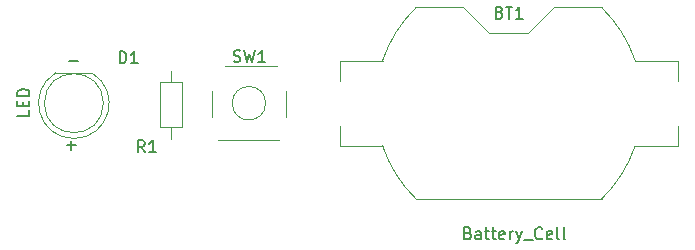
<source format=gto>
%TF.GenerationSoftware,KiCad,Pcbnew,8.0.7*%
%TF.CreationDate,2025-01-27T17:03:56+05:30*%
%TF.ProjectId,Project 1 LED Torch,50726f6a-6563-4742-9031-204c45442054,rev?*%
%TF.SameCoordinates,Original*%
%TF.FileFunction,Legend,Top*%
%TF.FilePolarity,Positive*%
%FSLAX46Y46*%
G04 Gerber Fmt 4.6, Leading zero omitted, Abs format (unit mm)*
G04 Created by KiCad (PCBNEW 8.0.7) date 2025-01-27 17:03:56*
%MOMM*%
%LPD*%
G01*
G04 APERTURE LIST*
%ADD10C,0.150000*%
%ADD11C,0.120000*%
G04 APERTURE END LIST*
D10*
X99936779Y-61088866D02*
X100698684Y-61088866D01*
X99736779Y-68188866D02*
X100498684Y-68188866D01*
X100117731Y-68569819D02*
X100117731Y-67807914D01*
X113866667Y-61107200D02*
X114009524Y-61154819D01*
X114009524Y-61154819D02*
X114247619Y-61154819D01*
X114247619Y-61154819D02*
X114342857Y-61107200D01*
X114342857Y-61107200D02*
X114390476Y-61059580D01*
X114390476Y-61059580D02*
X114438095Y-60964342D01*
X114438095Y-60964342D02*
X114438095Y-60869104D01*
X114438095Y-60869104D02*
X114390476Y-60773866D01*
X114390476Y-60773866D02*
X114342857Y-60726247D01*
X114342857Y-60726247D02*
X114247619Y-60678628D01*
X114247619Y-60678628D02*
X114057143Y-60631009D01*
X114057143Y-60631009D02*
X113961905Y-60583390D01*
X113961905Y-60583390D02*
X113914286Y-60535771D01*
X113914286Y-60535771D02*
X113866667Y-60440533D01*
X113866667Y-60440533D02*
X113866667Y-60345295D01*
X113866667Y-60345295D02*
X113914286Y-60250057D01*
X113914286Y-60250057D02*
X113961905Y-60202438D01*
X113961905Y-60202438D02*
X114057143Y-60154819D01*
X114057143Y-60154819D02*
X114295238Y-60154819D01*
X114295238Y-60154819D02*
X114438095Y-60202438D01*
X114771429Y-60154819D02*
X115009524Y-61154819D01*
X115009524Y-61154819D02*
X115200000Y-60440533D01*
X115200000Y-60440533D02*
X115390476Y-61154819D01*
X115390476Y-61154819D02*
X115628572Y-60154819D01*
X116533333Y-61154819D02*
X115961905Y-61154819D01*
X116247619Y-61154819D02*
X116247619Y-60154819D01*
X116247619Y-60154819D02*
X116152381Y-60297676D01*
X116152381Y-60297676D02*
X116057143Y-60392914D01*
X116057143Y-60392914D02*
X115961905Y-60440533D01*
X106333333Y-68781819D02*
X106000000Y-68305628D01*
X105761905Y-68781819D02*
X105761905Y-67781819D01*
X105761905Y-67781819D02*
X106142857Y-67781819D01*
X106142857Y-67781819D02*
X106238095Y-67829438D01*
X106238095Y-67829438D02*
X106285714Y-67877057D01*
X106285714Y-67877057D02*
X106333333Y-67972295D01*
X106333333Y-67972295D02*
X106333333Y-68115152D01*
X106333333Y-68115152D02*
X106285714Y-68210390D01*
X106285714Y-68210390D02*
X106238095Y-68258009D01*
X106238095Y-68258009D02*
X106142857Y-68305628D01*
X106142857Y-68305628D02*
X105761905Y-68305628D01*
X107285714Y-68781819D02*
X106714286Y-68781819D01*
X107000000Y-68781819D02*
X107000000Y-67781819D01*
X107000000Y-67781819D02*
X106904762Y-67924676D01*
X106904762Y-67924676D02*
X106809524Y-68019914D01*
X106809524Y-68019914D02*
X106714286Y-68067533D01*
X104196905Y-61254819D02*
X104196905Y-60254819D01*
X104196905Y-60254819D02*
X104435000Y-60254819D01*
X104435000Y-60254819D02*
X104577857Y-60302438D01*
X104577857Y-60302438D02*
X104673095Y-60397676D01*
X104673095Y-60397676D02*
X104720714Y-60492914D01*
X104720714Y-60492914D02*
X104768333Y-60683390D01*
X104768333Y-60683390D02*
X104768333Y-60826247D01*
X104768333Y-60826247D02*
X104720714Y-61016723D01*
X104720714Y-61016723D02*
X104673095Y-61111961D01*
X104673095Y-61111961D02*
X104577857Y-61207200D01*
X104577857Y-61207200D02*
X104435000Y-61254819D01*
X104435000Y-61254819D02*
X104196905Y-61254819D01*
X105720714Y-61254819D02*
X105149286Y-61254819D01*
X105435000Y-61254819D02*
X105435000Y-60254819D01*
X105435000Y-60254819D02*
X105339762Y-60397676D01*
X105339762Y-60397676D02*
X105244524Y-60492914D01*
X105244524Y-60492914D02*
X105149286Y-60540533D01*
X96554819Y-65242857D02*
X96554819Y-65719047D01*
X96554819Y-65719047D02*
X95554819Y-65719047D01*
X96031009Y-64909523D02*
X96031009Y-64576190D01*
X96554819Y-64433333D02*
X96554819Y-64909523D01*
X96554819Y-64909523D02*
X95554819Y-64909523D01*
X95554819Y-64909523D02*
X95554819Y-64433333D01*
X96554819Y-64004761D02*
X95554819Y-64004761D01*
X95554819Y-64004761D02*
X95554819Y-63766666D01*
X95554819Y-63766666D02*
X95602438Y-63623809D01*
X95602438Y-63623809D02*
X95697676Y-63528571D01*
X95697676Y-63528571D02*
X95792914Y-63480952D01*
X95792914Y-63480952D02*
X95983390Y-63433333D01*
X95983390Y-63433333D02*
X96126247Y-63433333D01*
X96126247Y-63433333D02*
X96316723Y-63480952D01*
X96316723Y-63480952D02*
X96411961Y-63528571D01*
X96411961Y-63528571D02*
X96507200Y-63623809D01*
X96507200Y-63623809D02*
X96554819Y-63766666D01*
X96554819Y-63766666D02*
X96554819Y-64004761D01*
X136374285Y-56954009D02*
X136517142Y-57001628D01*
X136517142Y-57001628D02*
X136564761Y-57049247D01*
X136564761Y-57049247D02*
X136612380Y-57144485D01*
X136612380Y-57144485D02*
X136612380Y-57287342D01*
X136612380Y-57287342D02*
X136564761Y-57382580D01*
X136564761Y-57382580D02*
X136517142Y-57430200D01*
X136517142Y-57430200D02*
X136421904Y-57477819D01*
X136421904Y-57477819D02*
X136040952Y-57477819D01*
X136040952Y-57477819D02*
X136040952Y-56477819D01*
X136040952Y-56477819D02*
X136374285Y-56477819D01*
X136374285Y-56477819D02*
X136469523Y-56525438D01*
X136469523Y-56525438D02*
X136517142Y-56573057D01*
X136517142Y-56573057D02*
X136564761Y-56668295D01*
X136564761Y-56668295D02*
X136564761Y-56763533D01*
X136564761Y-56763533D02*
X136517142Y-56858771D01*
X136517142Y-56858771D02*
X136469523Y-56906390D01*
X136469523Y-56906390D02*
X136374285Y-56954009D01*
X136374285Y-56954009D02*
X136040952Y-56954009D01*
X136898095Y-56477819D02*
X137469523Y-56477819D01*
X137183809Y-57477819D02*
X137183809Y-56477819D01*
X138326666Y-57477819D02*
X137755238Y-57477819D01*
X138040952Y-57477819D02*
X138040952Y-56477819D01*
X138040952Y-56477819D02*
X137945714Y-56620676D01*
X137945714Y-56620676D02*
X137850476Y-56715914D01*
X137850476Y-56715914D02*
X137755238Y-56763533D01*
X133695236Y-75631009D02*
X133838093Y-75678628D01*
X133838093Y-75678628D02*
X133885712Y-75726247D01*
X133885712Y-75726247D02*
X133933331Y-75821485D01*
X133933331Y-75821485D02*
X133933331Y-75964342D01*
X133933331Y-75964342D02*
X133885712Y-76059580D01*
X133885712Y-76059580D02*
X133838093Y-76107200D01*
X133838093Y-76107200D02*
X133742855Y-76154819D01*
X133742855Y-76154819D02*
X133361903Y-76154819D01*
X133361903Y-76154819D02*
X133361903Y-75154819D01*
X133361903Y-75154819D02*
X133695236Y-75154819D01*
X133695236Y-75154819D02*
X133790474Y-75202438D01*
X133790474Y-75202438D02*
X133838093Y-75250057D01*
X133838093Y-75250057D02*
X133885712Y-75345295D01*
X133885712Y-75345295D02*
X133885712Y-75440533D01*
X133885712Y-75440533D02*
X133838093Y-75535771D01*
X133838093Y-75535771D02*
X133790474Y-75583390D01*
X133790474Y-75583390D02*
X133695236Y-75631009D01*
X133695236Y-75631009D02*
X133361903Y-75631009D01*
X134790474Y-76154819D02*
X134790474Y-75631009D01*
X134790474Y-75631009D02*
X134742855Y-75535771D01*
X134742855Y-75535771D02*
X134647617Y-75488152D01*
X134647617Y-75488152D02*
X134457141Y-75488152D01*
X134457141Y-75488152D02*
X134361903Y-75535771D01*
X134790474Y-76107200D02*
X134695236Y-76154819D01*
X134695236Y-76154819D02*
X134457141Y-76154819D01*
X134457141Y-76154819D02*
X134361903Y-76107200D01*
X134361903Y-76107200D02*
X134314284Y-76011961D01*
X134314284Y-76011961D02*
X134314284Y-75916723D01*
X134314284Y-75916723D02*
X134361903Y-75821485D01*
X134361903Y-75821485D02*
X134457141Y-75773866D01*
X134457141Y-75773866D02*
X134695236Y-75773866D01*
X134695236Y-75773866D02*
X134790474Y-75726247D01*
X135123808Y-75488152D02*
X135504760Y-75488152D01*
X135266665Y-75154819D02*
X135266665Y-76011961D01*
X135266665Y-76011961D02*
X135314284Y-76107200D01*
X135314284Y-76107200D02*
X135409522Y-76154819D01*
X135409522Y-76154819D02*
X135504760Y-76154819D01*
X135695237Y-75488152D02*
X136076189Y-75488152D01*
X135838094Y-75154819D02*
X135838094Y-76011961D01*
X135838094Y-76011961D02*
X135885713Y-76107200D01*
X135885713Y-76107200D02*
X135980951Y-76154819D01*
X135980951Y-76154819D02*
X136076189Y-76154819D01*
X136790475Y-76107200D02*
X136695237Y-76154819D01*
X136695237Y-76154819D02*
X136504761Y-76154819D01*
X136504761Y-76154819D02*
X136409523Y-76107200D01*
X136409523Y-76107200D02*
X136361904Y-76011961D01*
X136361904Y-76011961D02*
X136361904Y-75631009D01*
X136361904Y-75631009D02*
X136409523Y-75535771D01*
X136409523Y-75535771D02*
X136504761Y-75488152D01*
X136504761Y-75488152D02*
X136695237Y-75488152D01*
X136695237Y-75488152D02*
X136790475Y-75535771D01*
X136790475Y-75535771D02*
X136838094Y-75631009D01*
X136838094Y-75631009D02*
X136838094Y-75726247D01*
X136838094Y-75726247D02*
X136361904Y-75821485D01*
X137266666Y-76154819D02*
X137266666Y-75488152D01*
X137266666Y-75678628D02*
X137314285Y-75583390D01*
X137314285Y-75583390D02*
X137361904Y-75535771D01*
X137361904Y-75535771D02*
X137457142Y-75488152D01*
X137457142Y-75488152D02*
X137552380Y-75488152D01*
X137790476Y-75488152D02*
X138028571Y-76154819D01*
X138266666Y-75488152D02*
X138028571Y-76154819D01*
X138028571Y-76154819D02*
X137933333Y-76392914D01*
X137933333Y-76392914D02*
X137885714Y-76440533D01*
X137885714Y-76440533D02*
X137790476Y-76488152D01*
X138409524Y-76250057D02*
X139171428Y-76250057D01*
X139980952Y-76059580D02*
X139933333Y-76107200D01*
X139933333Y-76107200D02*
X139790476Y-76154819D01*
X139790476Y-76154819D02*
X139695238Y-76154819D01*
X139695238Y-76154819D02*
X139552381Y-76107200D01*
X139552381Y-76107200D02*
X139457143Y-76011961D01*
X139457143Y-76011961D02*
X139409524Y-75916723D01*
X139409524Y-75916723D02*
X139361905Y-75726247D01*
X139361905Y-75726247D02*
X139361905Y-75583390D01*
X139361905Y-75583390D02*
X139409524Y-75392914D01*
X139409524Y-75392914D02*
X139457143Y-75297676D01*
X139457143Y-75297676D02*
X139552381Y-75202438D01*
X139552381Y-75202438D02*
X139695238Y-75154819D01*
X139695238Y-75154819D02*
X139790476Y-75154819D01*
X139790476Y-75154819D02*
X139933333Y-75202438D01*
X139933333Y-75202438D02*
X139980952Y-75250057D01*
X140790476Y-76107200D02*
X140695238Y-76154819D01*
X140695238Y-76154819D02*
X140504762Y-76154819D01*
X140504762Y-76154819D02*
X140409524Y-76107200D01*
X140409524Y-76107200D02*
X140361905Y-76011961D01*
X140361905Y-76011961D02*
X140361905Y-75631009D01*
X140361905Y-75631009D02*
X140409524Y-75535771D01*
X140409524Y-75535771D02*
X140504762Y-75488152D01*
X140504762Y-75488152D02*
X140695238Y-75488152D01*
X140695238Y-75488152D02*
X140790476Y-75535771D01*
X140790476Y-75535771D02*
X140838095Y-75631009D01*
X140838095Y-75631009D02*
X140838095Y-75726247D01*
X140838095Y-75726247D02*
X140361905Y-75821485D01*
X141409524Y-76154819D02*
X141314286Y-76107200D01*
X141314286Y-76107200D02*
X141266667Y-76011961D01*
X141266667Y-76011961D02*
X141266667Y-75154819D01*
X141933334Y-76154819D02*
X141838096Y-76107200D01*
X141838096Y-76107200D02*
X141790477Y-76011961D01*
X141790477Y-76011961D02*
X141790477Y-75154819D01*
D11*
%TO.C,SW1*%
X116565508Y-64643000D02*
G75*
G02*
X113737080Y-64643000I-1414214J0D01*
G01*
X113737080Y-64643000D02*
G75*
G02*
X116565508Y-64643000I1414214J0D01*
G01*
X118271294Y-63593000D02*
X118271294Y-65793000D01*
X113101294Y-61523000D02*
X117501294Y-61523000D01*
X112501294Y-67763000D02*
X117701294Y-67763000D01*
X112031294Y-65793000D02*
X112031294Y-63593000D01*
%TO.C,R1*%
X108542588Y-67640000D02*
X108542588Y-66690000D01*
X107622588Y-66690000D02*
X109462588Y-66690000D01*
X109462588Y-66690000D02*
X109462588Y-62850000D01*
X107622588Y-62850000D02*
X107622588Y-66690000D01*
X109462588Y-62850000D02*
X107622588Y-62850000D01*
X108542588Y-61900000D02*
X108542588Y-62850000D01*
%TO.C,D1*%
X101875000Y-62078000D02*
X98785000Y-62078000D01*
X101874830Y-62078000D02*
G75*
G02*
X100330048Y-67628000I-1544830J-2560000D01*
G01*
X100329952Y-67628000D02*
G75*
G02*
X98785170Y-62078000I48J2990000D01*
G01*
X102830000Y-64638000D02*
G75*
G02*
X97830000Y-64638000I-2500000J0D01*
G01*
X97830000Y-64638000D02*
G75*
G02*
X102830000Y-64638000I2500000J0D01*
G01*
%TO.C,BT1*%
X151470000Y-68253000D02*
X147852000Y-68253000D01*
X151470000Y-66543000D02*
X151470000Y-68253000D01*
X151470000Y-62743000D02*
X151470000Y-61033000D01*
X147852000Y-61033000D02*
X151470000Y-61033000D01*
X145007300Y-72753000D02*
X129312700Y-72753000D01*
X141020000Y-56533000D02*
X145007300Y-56533000D01*
X138820000Y-58733000D02*
X141020000Y-56533000D01*
X135500000Y-58733000D02*
X138820000Y-58733000D01*
X135500000Y-58733000D02*
X133300000Y-56533000D01*
X129312700Y-56533000D02*
X133300000Y-56533000D01*
X126468000Y-68253000D02*
X122850000Y-68253000D01*
X122850000Y-66543000D02*
X122850000Y-68253000D01*
X122850000Y-62743000D02*
X122850000Y-61033000D01*
X122850000Y-61033000D02*
X126468000Y-61033000D01*
X147852000Y-68253000D02*
G75*
G02*
X145005372Y-72754790I-10692020J3610010D01*
G01*
X145005371Y-56531211D02*
G75*
G02*
X147852000Y-61033000I-7845366J-8111785D01*
G01*
X129314629Y-72754789D02*
G75*
G02*
X126468000Y-68253000I7845371J8111789D01*
G01*
X126468000Y-61033000D02*
G75*
G02*
X129314629Y-56531211I10692020J-3610012D01*
G01*
%TD*%
M02*

</source>
